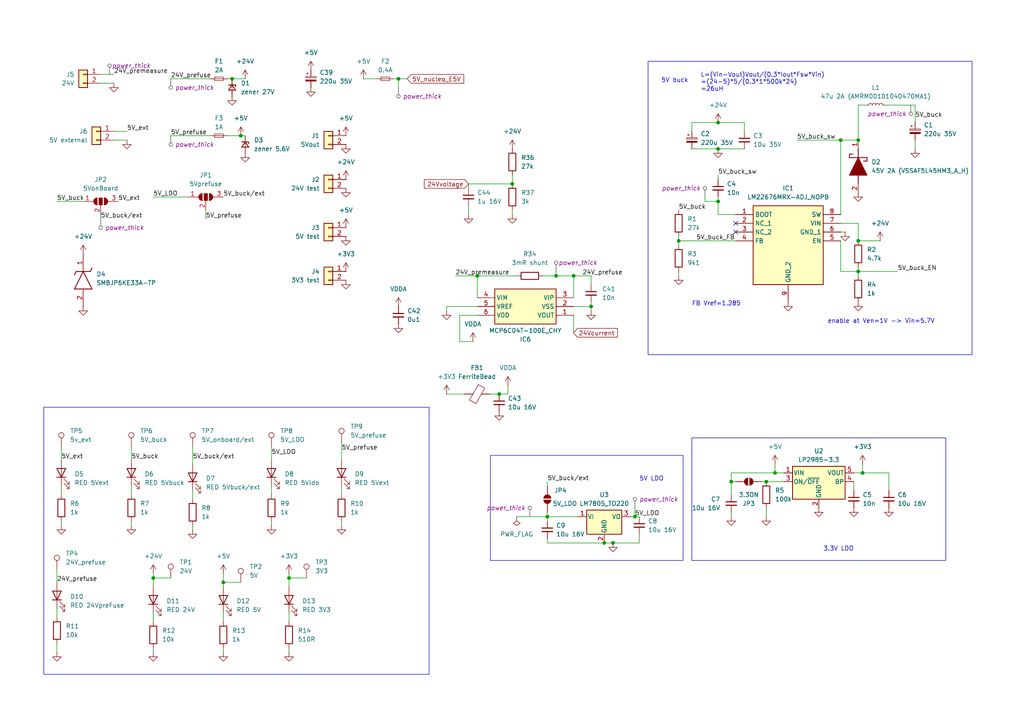
<source format=kicad_sch>
(kicad_sch (version 20231120) (generator "eeschema") (generator_version "8.0")
  (paper "A4")
  (title_block (title "rear box nucleo board 1") (date "2024-08-05") (rev "3.0") (company "NTURacing") (comment 1 "郭哲明") (comment 2 "Electrical group"))
  (junction (at 184.15 149.86))
  (junction (at 175.26 157.48))
  (junction (at 224.79 137.16))
  (junction (at 208.28 35.56))
  (junction (at 69.85 39.37))
  (junction (at 196.85 69.85))
  (junction (at 115.57 22.86))
  (junction (at 44.45 167.64))
  (junction (at 177.8 157.48))
  (junction (at 248.92 69.85))
  (junction (at 208.28 58.42))
  (junction (at 67.31 22.86))
  (junction (at 161.29 80.01))
  (junction (at 138.43 80.01))
  (junction (at 248.92 78.74))
  (junction (at 166.37 80.01))
  (junction (at 64.77 168.91))
  (junction (at 250.19 137.16))
  (junction (at 208.28 43.18))
  (junction (at 158.75 149.86))
  (junction (at 243.84 40.64))
  (junction (at 83.82 167.64))
  (junction (at 222.25 139.7))
  (junction (at 248.92 40.64))
  (junction (at 144.78 114.3))
  (junction (at 171.45 88.9))
  (junction (at 212.09 139.7))
  (junction (at 148.59 53.34))
  (no_connect (at 213.36 67.31))
  (no_connect (at 213.36 64.77))
  (wire (pts (xy 99.06 152.4) (xy 99.06 151.13)))
  (wire (pts (xy 265.43 30.48) (xy 265.43 35.56)))
  (wire (pts (xy 248.92 78.74) (xy 260.35 78.74)))
  (wire (pts (xy 166.37 80.01) (xy 166.37 86.36)))
  (wire (pts (xy 200.66 35.56) (xy 208.28 35.56)))
  (wire (pts (xy 175.26 157.48) (xy 177.8 157.48)))
  (wire (pts (xy 161.29 78.74) (xy 161.29 80.01)))
  (wire (pts (xy 158.75 139.7) (xy 158.75 140.97)))
  (wire (pts (xy 133.35 99.06) (xy 133.35 91.44)))
  (wire (pts (xy 256.54 30.48) (xy 265.43 30.48)))
  (wire (pts (xy 135.89 59.69) (xy 135.89 62.23)))
  (wire (pts (xy 147.32 111.76) (xy 147.32 114.3)))
  (wire (pts (xy 99.06 128.27) (xy 99.06 133.35)))
  (wire (pts (xy 133.35 91.44) (xy 138.43 91.44)))
  (wire (pts (xy 166.37 91.44) (xy 166.37 96.52)))
  (wire (pts (xy 158.75 157.48) (xy 175.26 157.48)))
  (wire (pts (xy 208.28 50.8) (xy 208.28 52.07)))
  (wire (pts (xy 171.45 90.17) (xy 171.45 88.9)))
  (wire (pts (xy 64.77 189.23) (xy 64.77 187.96)))
  (wire (pts (xy 105.41 22.86) (xy 109.22 22.86)))
  (wire (pts (xy 215.9 38.1) (xy 215.9 35.56)))
  (wire (pts (xy 55.88 153.67) (xy 55.88 152.4)))
  (wire (pts (xy 215.9 35.56) (xy 208.28 35.56)))
  (wire (pts (xy 49.53 22.86) (xy 60.96 22.86)))
  (wire (pts (xy 265.43 40.64) (xy 265.43 43.18)))
  (wire (pts (xy 208.28 43.18) (xy 215.9 43.18)))
  (wire (pts (xy 257.81 137.16) (xy 257.81 142.24)))
  (wire (pts (xy 16.51 189.23) (xy 16.51 186.69)))
  (wire (pts (xy 212.09 137.16) (xy 224.79 137.16)))
  (wire (pts (xy 208.28 62.23) (xy 213.36 62.23)))
  (wire (pts (xy 44.45 180.34) (xy 44.45 177.8)))
  (wire (pts (xy 243.84 69.85) (xy 243.84 78.74)))
  (wire (pts (xy 118.11 22.86) (xy 115.57 22.86)))
  (wire (pts (xy 196.85 80.01) (xy 196.85 78.74)))
  (wire (pts (xy 44.45 170.18) (xy 44.45 167.64)))
  (wire (pts (xy 17.78 143.51) (xy 17.78 140.97)))
  (wire (pts (xy 243.84 40.64) (xy 248.92 40.64)))
  (wire (pts (xy 248.92 64.77) (xy 248.92 69.85)))
  (wire (pts (xy 245.11 67.31) (xy 243.84 67.31)))
  (wire (pts (xy 133.35 99.06) (xy 137.16 99.06)))
  (wire (pts (xy 166.37 80.01) (xy 171.45 80.01)))
  (wire (pts (xy 166.37 88.9) (xy 171.45 88.9)))
  (wire (pts (xy 243.84 78.74) (xy 248.92 78.74)))
  (wire (pts (xy 208.28 57.15) (xy 208.28 58.42)))
  (wire (pts (xy 67.31 22.86) (xy 66.04 22.86)))
  (wire (pts (xy 17.78 129.54) (xy 17.78 133.35)))
  (wire (pts (xy 248.92 64.77) (xy 243.84 64.77)))
  (wire (pts (xy 196.85 71.12) (xy 196.85 69.85)))
  (wire (pts (xy 171.45 87.63) (xy 171.45 88.9)))
  (wire (pts (xy 38.1 143.51) (xy 38.1 140.97)))
  (wire (pts (xy 64.77 180.34) (xy 64.77 177.8)))
  (wire (pts (xy 148.59 60.96) (xy 148.59 62.23)))
  (wire (pts (xy 64.77 168.91) (xy 64.77 166.37)))
  (wire (pts (xy 248.92 30.48) (xy 248.92 40.64)))
  (wire (pts (xy 38.1 152.4) (xy 38.1 151.13)))
  (wire (pts (xy 158.75 149.86) (xy 167.64 149.86)))
  (wire (pts (xy 44.45 189.23) (xy 44.45 187.96)))
  (wire (pts (xy 158.75 148.59) (xy 158.75 149.86)))
  (wire (pts (xy 135.89 54.61) (xy 135.89 53.34)))
  (wire (pts (xy 71.12 22.86) (xy 67.31 22.86)))
  (wire (pts (xy 49.53 39.37) (xy 60.96 39.37)))
  (wire (pts (xy 16.51 58.42) (xy 24.13 58.42)))
  (wire (pts (xy 200.66 38.1) (xy 200.66 35.56)))
  (wire (pts (xy 243.84 40.64) (xy 243.84 62.23)))
  (wire (pts (xy 16.51 165.1) (xy 16.51 168.91)))
  (wire (pts (xy 138.43 88.9) (xy 129.54 88.9)))
  (wire (pts (xy 44.45 167.64) (xy 44.45 166.37)))
  (wire (pts (xy 49.53 167.64) (xy 44.45 167.64)))
  (wire (pts (xy 88.9 167.64) (xy 83.82 167.64)))
  (wire (pts (xy 33.02 38.1) (xy 36.83 38.1)))
  (wire (pts (xy 208.28 58.42) (xy 208.28 62.23)))
  (wire (pts (xy 78.74 143.51) (xy 78.74 140.97)))
  (wire (pts (xy 33.02 24.13) (xy 29.21 24.13)))
  (wire (pts (xy 212.09 148.59) (xy 212.09 149.86)))
  (wire (pts (xy 129.54 114.3) (xy 134.62 114.3)))
  (wire (pts (xy 182.88 149.86) (xy 184.15 149.86)))
  (wire (pts (xy 161.29 80.01) (xy 166.37 80.01)))
  (wire (pts (xy 250.19 134.62) (xy 250.19 137.16)))
  (wire (pts (xy 158.75 156.21) (xy 158.75 157.48)))
  (wire (pts (xy 29.21 63.5) (xy 29.21 62.23)))
  (wire (pts (xy 115.57 22.86) (xy 114.3 22.86)))
  (wire (pts (xy 212.09 137.16) (xy 212.09 139.7)))
  (wire (pts (xy 222.25 147.32) (xy 222.25 149.86)))
  (wire (pts (xy 250.19 137.16) (xy 257.81 137.16)))
  (wire (pts (xy 69.85 39.37) (xy 66.04 39.37)))
  (wire (pts (xy 248.92 78.74) (xy 248.92 77.47)))
  (wire (pts (xy 248.92 78.74) (xy 248.92 80.01)))
  (wire (pts (xy 129.54 88.9) (xy 129.54 90.17)))
  (wire (pts (xy 83.82 180.34) (xy 83.82 177.8)))
  (wire (pts (xy 157.48 80.01) (xy 161.29 80.01)))
  (wire (pts (xy 64.77 170.18) (xy 64.77 168.91)))
  (wire (pts (xy 177.8 157.48) (xy 185.42 157.48)))
  (wire (pts (xy 255.27 69.85) (xy 248.92 69.85)))
  (wire (pts (xy 224.79 134.62) (xy 224.79 137.16)))
  (wire (pts (xy 71.12 39.37) (xy 69.85 39.37)))
  (wire (pts (xy 83.82 170.18) (xy 83.82 167.64)))
  (wire (pts (xy 208.28 43.18) (xy 200.66 43.18)))
  (wire (pts (xy 38.1 129.54) (xy 38.1 133.35)))
  (wire (pts (xy 78.74 129.54) (xy 78.74 133.35)))
  (wire (pts (xy 212.09 139.7) (xy 212.09 143.51)))
  (wire (pts (xy 16.51 179.07) (xy 16.51 176.53)))
  (wire (pts (xy 224.79 137.16) (xy 227.33 137.16)))
  (wire (pts (xy 220.98 139.7) (xy 222.25 139.7)))
  (wire (pts (xy 204.47 57.15) (xy 204.47 58.42)))
  (wire (pts (xy 213.36 139.7) (xy 212.09 139.7)))
  (wire (pts (xy 196.85 69.85) (xy 213.36 69.85)))
  (wire (pts (xy 17.78 152.4) (xy 17.78 151.13)))
  (wire (pts (xy 36.83 40.64) (xy 33.02 40.64)))
  (wire (pts (xy 171.45 80.01) (xy 171.45 82.55)))
  (wire (pts (xy 142.24 114.3) (xy 144.78 114.3)))
  (wire (pts (xy 247.65 142.24) (xy 247.65 139.7)))
  (wire (pts (xy 148.59 50.8) (xy 148.59 53.34)))
  (wire (pts (xy 138.43 80.01) (xy 149.86 80.01)))
  (wire (pts (xy 78.74 152.4) (xy 78.74 151.13)))
  (wire (pts (xy 115.57 25.4) (xy 115.57 22.86)))
  (wire (pts (xy 59.69 63.5) (xy 59.69 60.96)))
  (wire (pts (xy 135.89 53.34) (xy 148.59 53.34)))
  (wire (pts (xy 149.86 149.86) (xy 158.75 149.86)))
  (wire (pts (xy 222.25 139.7) (xy 227.33 139.7)))
  (wire (pts (xy 138.43 80.01) (xy 138.43 86.36)))
  (wire (pts (xy 248.92 30.48) (xy 251.46 30.48)))
  (wire (pts (xy 83.82 167.64) (xy 83.82 166.37)))
  (wire (pts (xy 83.82 189.23) (xy 83.82 187.96)))
  (wire (pts (xy 99.06 143.51) (xy 99.06 140.97)))
  (wire (pts (xy 55.88 129.54) (xy 55.88 134.62)))
  (wire (pts (xy 231.14 40.64) (xy 243.84 40.64)))
  (wire (pts (xy 184.15 149.86) (xy 185.42 149.86)))
  (wire (pts (xy 185.42 154.94) (xy 185.42 157.48)))
  (wire (pts (xy 29.21 21.59) (xy 33.02 21.59)))
  (wire (pts (xy 196.85 68.58) (xy 196.85 69.85)))
  (wire (pts (xy 158.75 151.13) (xy 158.75 149.86)))
  (wire (pts (xy 247.65 137.16) (xy 250.19 137.16)))
  (wire (pts (xy 44.45 57.15) (xy 54.61 57.15)))
  (wire (pts (xy 55.88 144.78) (xy 55.88 142.24)))
  (wire (pts (xy 144.78 114.3) (xy 147.32 114.3)))
  (wire (pts (xy 69.85 168.91) (xy 64.77 168.91)))
  (wire (pts (xy 204.47 58.42) (xy 208.28 58.42)))
  (wire (pts (xy 132.08 80.01) (xy 138.43 80.01)))
  (wire (pts (xy 184.15 147.32) (xy 184.15 149.86)))
  (rectangle (start 12.7 118.11) (end 124.46 195.58))
  (rectangle (start 187.96 17.78) (end 281.94 102.87))
  (rectangle (start 200.66 127) (end 274.32 162.56))
  (rectangle (start 142.24 132.08) (end 198.12 162.56))
  (text "FB Vref=1.285" (at 200.66 88.9 0) (effects (font (size 1.27 1.27)) (justify left bottom)))
  (text "3.3V LDO" (at 238.76 160.02 0) (effects (font (size 1.27 1.27)) (justify left bottom)))
  (text "5V buck" (at 191.77 24.13 0) (effects (font (size 1.27 1.27)) (justify left bottom)))
  (text "L=(Vin-Vout)Vout/(0.3*Iout*Fsw*Vin)\n=(24-5)*5/(0.3*1*500k*24)\n=26uH" (at 203.2 26.67 0) (effects (font (size 1.27 1.27)) (justify left bottom)))
  (text "5V LDO" (at 185.42 139.7 0) (effects (font (size 1.27 1.27)) (justify left bottom)))
  (text "enable at Ven=1V -> Vin=5.7V\n" (at 240.03 93.98 0) (effects (font (size 1.27 1.27)) (justify left bottom)))
  (label "5V_buck{slash}ext" (at 29.21 63.5 0))
  (label "5V_buck{slash}ext" (at 64.77 57.15 0))
  (label "5V_prefuse" (at 99.06 130.81 0))
  (label "5V_buck_EN" (at 260.35 78.74 0))
  (label "5V_LDO" (at 78.74 132.08 0))
  (label "5V_buck" (at 265.43 34.29 0))
  (label "5V_buck" (at 16.51 58.42 0))
  (label "5V_ext" (at 17.78 133.35 0))
  (label "5V_ext" (at 34.29 58.42 0))
  (label "5V_ext" (at 36.83 38.1 0))
  (label "24V_premeasure" (at 33.02 21.59 0))
  (label "5V_buck{slash}ext" (at 158.75 139.7 0))
  (label "5V_buck_sw" (at 208.28 50.8 0))
  (label "5V_prefuse" (at 59.69 63.5 0))
  (label "24V_prefuse" (at 16.51 168.91 0))
  (label "5V_buck_sw" (at 231.14 40.64 0))
  (label "5V_buck" (at 38.1 133.35 0))
  (label "24V_prefuse" (at 168.91 80.01 0))
  (label "5V_LDO" (at 44.45 57.15 0))
  (label "5V_prefuse" (at 49.53 39.37 0))
  (label "5V_LDO" (at 184.15 149.86 0))
  (label "5V_buck" (at 196.85 60.96 0))
  (label "5V_buck_FB" (at 201.93 69.85 0))
  (label "5V_buck{slash}ext" (at 55.88 133.35 0))
  (label "24V_prefuse" (at 49.53 22.86 0))
  (label "24V_premeasure" (at 132.08 80.01 0))
  (global_label "24Vvoltage" (shape input) (at 135.89 53.34 180) (property "Intersheetrefs" "${INTERSHEET_REFS}" (effects (hide yes))))
  (global_label "24Vcurrent" (shape input) (at 166.37 96.52 0) (property "Intersheetrefs" "${INTERSHEET_REFS}" (effects (hide yes))))
  (global_label "5V_nucleo_E5V" (shape input) (at 118.11 22.86 0) (property "Intersheetrefs" "${INTERSHEET_REFS}" (effects (hide yes))))
  (netclass_flag "" (length 2.54) (shape round) (at 264.16 30.48 180) (property "Netclass" "power_thick" (at 262.89 33.02 0) (effects (font (italic yes)) (justify right))))
  (netclass_flag "" (length 2.54) (shape round) (at 161.29 78.74 0) (property "Netclass" "power_thick" (at 161.9885 76.2 0) (effects (font (italic yes)) (justify left))))
  (netclass_flag "" (length 2.54) (shape round) (at 31.75 21.59 0) (property "Netclass" "power_thick" (at 32.4485 19.05 0) (effects (font (italic yes)) (justify left))))
  (netclass_flag "" (length 2.54) (shape round) (at 29.21 63.5 180) (property "Netclass" "power_thick" (at 30.48 66.04 0) (effects (font (italic yes)) (justify left))))
  (netclass_flag "" (length 2.54) (shape round) (at 204.47 57.15 0) (property "Netclass" "power_thick" (at 203.2 54.61 0) (effects (font (italic yes)) (justify right))))
  (netclass_flag "" (length 2.54) (shape round) (at 184.15 147.32 0) (property "Netclass" "power_thick" (at 185.42 144.78 0) (effects (font (italic yes)) (justify left))))
  (netclass_flag "" (length 2.54) (shape round) (at 49.53 39.37 180) (property "Netclass" "power_thick" (at 50.8 41.91 0) (effects (font (italic yes)) (justify left))))
  (netclass_flag "" (length 2.54) (shape round) (at 115.57 25.4 180) (property "Netclass" "power_thick" (at 116.84 27.94 0) (effects (font (italic yes)) (justify left))))
  (netclass_flag "" (length 2.54) (shape round) (at 49.53 22.86 180) (property "Netclass" "power_thick" (at 50.8 25.4 0) (effects (font (italic yes)) (justify left))))
  (netclass_flag "" (length 2.54) (shape round) (at 153.67 149.86 0) (property "Netclass" "power_thick" (at 152.4 147.32 0) (effects (font (italic yes)) (justify right))))
  (symbol (lib_id "power:GND") (at 248.92 55.88 0) (unit 1)
    (property "Reference" "#PWR031" (effects (hide yes)))
    (property "Value" "GND" (effects (hide yes)))
    (property "Description" "Power symbol creates a global label with name \"GND\" , ground" (effects (hide yes)))
  )
  (symbol (lib_id "Device:LED") (at 64.77 173.99 90) (unit 1)
    (property "Reference" "D12" (at 68.58 174.3075 90) (effects (justify right)))
    (property "Value" "RED 5V" (at 68.58 176.8475 90) (effects (justify right)))
    (property "Footprint" "LED_SMD:LED_0603_1608Metric" (effects (hide yes)))
    (property "Description" "Light emitting diode" (effects (hide yes)))
    (instances (project "rearbox_nucleo_1" (path "" (reference "D12") (unit 1))) (project "BMS_MASTER_STM32F105RC" (path "" (reference "D1") (unit 1))))
  )
  (symbol (lib_id "Device:R") (at 153.67 80.01 90) (unit 1)
    (property "Reference" "R34" (at 153.67 73.66 90))
    (property "Value" "3mR shunt" (at 153.67 76.2 90))
    (property "Footprint" "Resistor_SMD:R_1206_3216Metric" (effects (hide yes)))
    (property "Description" "Resistor" (effects (hide yes)))
    (instances (project "rearbox_nucleo_1" (path "" (reference "R34") (unit 1))) (project "power board" (path "" (reference "R5") (unit 1)) (path "" (reference "R15") (unit 1))))
  )
  (symbol (lib_id "Device:Fuse_Small") (at 63.5 22.86 0) (unit 1)
    (property "Reference" "F1" (at 63.5 17.78 0))
    (property "Value" "2A" (at 63.5 20.32 0))
    (property "Footprint" "Fuse:Fuse_2512_6332Metric_Pad1.52x3.35mm_HandSolder" (effects (hide yes)))
    (property "Description" "Fuse, small symbol" (effects (hide yes)))
  )
  (symbol (lib_id "power:+5V") (at 100.33 66.04 0) (unit 1)
    (property "Reference" "#PWR0153" (effects (hide yes)))
    (property "Value" "+5V" (at 100.33 60.96 0))
    (property "Description" "Power symbol creates a global label with name \"+5V\"" (effects (hide yes)))
  )
  (symbol (lib_id "Device:C_Small") (at 185.42 152.4 0) (unit 1)
    (property "Reference" "C8" (at 187.96 151.1363 0) (effects (justify left)))
    (property "Value" "10u 16V" (at 187.96 153.6763 0) (effects (justify left)))
    (property "Footprint" "Capacitor_SMD:C_0805_2012Metric" (effects (hide yes)))
    (property "Description" "Unpolarized capacitor, small symbol" (effects (hide yes)))
  )
  (symbol (lib_id "Connector:TestPoint") (at 49.53 167.64 0) (unit 1)
    (property "Reference" "TP1" (at 52.07 163.068 0) (effects (justify left)))
    (property "Value" "24V" (at 52.07 165.608 0) (effects (justify left)))
    (property "Footprint" "TestPoint:TestPoint_Pad_D1.0mm" (effects (hide yes)))
    (property "Description" "test point" (effects (hide yes)))
  )
  (symbol (lib_id "power:GND") (at 247.65 147.32 0) (unit 1)
    (property "Reference" "#PWR042" (effects (hide yes)))
    (property "Value" "GND" (effects (hide yes)))
    (property "Description" "Power symbol creates a global label with name \"GND\" , ground" (effects (hide yes)))
    (instances (project "rearbox_nucleo_1" (path "" (reference "#PWR042") (unit 1))) (project "power board" (path "" (reference "#PWR031") (unit 1)) (path "" (reference "#PWR031") (unit 1))))
  )
  (symbol (lib_id "power:GND") (at 36.83 40.64 0) (unit 1)
    (property "Reference" "#PWR027" (effects (hide yes)))
    (property "Value" "GND" (effects (hide yes)))
    (property "Description" "Power symbol creates a global label with name \"GND\" , ground" (effects (hide yes)))
  )
  (symbol (lib_id "power:VDDA") (at 137.16 99.06 0) (unit 1)
    (property "Reference" "#PWR0163" (effects (hide yes)))
    (property "Value" "VDDA" (at 137.16 93.98 0))
    (property "Description" "Power symbol creates a global label with name \"VDDA\"" (effects (hide yes)))
    (instances (project "rearbox_nucleo_1" (path "" (reference "#PWR0163") (unit 1))) (project "power board" (path "" (reference "#PWR017") (unit 1)) (path "" (reference "#PWR088") (unit 1))))
  )
  (symbol (lib_id "power:GND") (at 265.43 43.18 0) (unit 1)
    (property "Reference" "#PWR029" (effects (hide yes)))
    (property "Value" "GND" (effects (hide yes)))
    (property "Description" "Power symbol creates a global label with name \"GND\" , ground" (effects (hide yes)))
  )
  (symbol (lib_id "Regulator_Linear:LM7805_TO220") (at 175.26 149.86 0) (unit 1)
    (property "Reference" "U3" (at 175.26 143.51 0))
    (property "Value" "LM7805_TO220" (at 175.26 146.05 0))
    (property "Footprint" "Package_TO_SOT_THT:TO-220-3_Vertical" (effects (hide yes)))
    (property "Datasheet" "https://www.onsemi.cn/PowerSolutions/document/MC7800-D.PDF" (effects (hide yes)))
    (property "Description" "Positive 1A 35V Linear Regulator, Fixed Output 5V, TO-220" (effects (hide yes)))
  )
  (symbol (lib_id "Device:LED") (at 44.45 173.99 90) (unit 1)
    (property "Reference" "D11" (at 48.26 174.3075 90) (effects (justify right)))
    (property "Value" "RED 24V" (at 48.26 176.8475 90) (effects (justify right)))
    (property "Footprint" "LED_SMD:LED_0603_1608Metric" (effects (hide yes)))
    (property "Description" "Light emitting diode" (effects (hide yes)))
    (instances (project "rearbox_nucleo_1" (path "" (reference "D11") (unit 1))) (project "BMS_MASTER_STM32F105RC" (path "" (reference "D1") (unit 1))))
  )
  (symbol (lib_id "Device:C_Small") (at 135.89 57.15 0) (unit 1)
    (property "Reference" "C44" (at 138.43 55.88 0) (effects (justify left)))
    (property "Value" "1u 16V" (at 138.43 58.42 0) (effects (justify left)))
    (property "Footprint" "Capacitor_SMD:C_0603_1608Metric" (effects (hide yes)))
    (property "Description" "Unpolarized capacitor, small symbol" (effects (hide yes)))
    (instances (project "rearbox_nucleo_1" (path "" (reference "C44") (unit 1))) (project "power board" (path "" (reference "C5") (unit 1))))
  )
  (symbol (lib_id "Device:Fuse_Small") (at 63.5 39.37 0) (unit 1)
    (property "Reference" "F3" (at 63.5 34.29 0))
    (property "Value" "1A" (at 63.5 36.83 0))
    (property "Footprint" "Fuse:Fuse_2512_6332Metric_Pad1.52x3.35mm_HandSolder" (effects (hide yes)))
    (property "Description" "Fuse, small symbol" (effects (hide yes)))
  )
  (symbol (lib_id "power:GND") (at 78.74 152.4 0) (unit 1)
    (property "Reference" "#PWR049" (effects (hide yes)))
    (property "Value" "GND" (effects (hide yes)))
    (property "Description" "Power symbol creates a global label with name \"GND\" , ground" (effects (hide yes)))
    (instances (project "rearbox_nucleo_1" (path "" (reference "#PWR049") (unit 1))) (project "BMS_MASTER_STM32F105RC" (path "" (reference "#PWR080") (unit 1))))
  )
  (symbol (lib_id "power:+24V") (at 71.12 22.86 0) (unit 1)
    (property "Reference" "#PWR021" (effects (hide yes)))
    (property "Value" "+24V" (at 71.12 17.78 0))
    (property "Description" "Power symbol creates a global label with name \"+24V\"" (effects (hide yes)))
  )
  (symbol (lib_id "Connector_Generic:Conn_01x02") (at 95.25 52.07 0) (mirror y) (unit 1)
    (property "Reference" "J2" (at 92.71 52.07 0) (effects (justify left)))
    (property "Value" "24V test" (at 92.71 54.61 0) (effects (justify left)))
    (property "Footprint" "Connector_PinHeader_2.54mm:PinHeader_1x02_P2.54mm_Vertical" (effects (hide yes)))
    (property "Description" "Generic connector, single row, 01x02, script generated (kicad-library-utils/schlib/autogen/connector/)" (effects (hide yes)))
  )
  (symbol (lib_id "Connector:TestPoint") (at 16.51 165.1 0) (unit 1)
    (property "Reference" "TP4" (at 19.05 160.528 0) (effects (justify left)))
    (property "Value" "24V_prefuse" (at 19.05 163.068 0) (effects (justify left)))
    (property "Footprint" "TestPoint:TestPoint_Pad_D1.0mm" (effects (hide yes)))
    (property "Description" "test point" (effects (hide yes)))
  )
  (symbol (lib_id "power:GND") (at 55.88 153.67 0) (unit 1)
    (property "Reference" "#PWR048" (effects (hide yes)))
    (property "Value" "GND" (effects (hide yes)))
    (property "Description" "Power symbol creates a global label with name \"GND\" , ground" (effects (hide yes)))
    (instances (project "rearbox_nucleo_1" (path "" (reference "#PWR048") (unit 1))) (project "BMS_MASTER_STM32F105RC" (path "" (reference "#PWR080") (unit 1))))
  )
  (symbol (lib_id "SamacSys_Parts:LM22676MRX-ADJ_NOPB") (at 213.36 62.23 0) (unit 1)
    (property "Reference" "IC1" (at 228.6 54.61 0))
    (property "Value" "LM22676MRX-ADJ_NOPB" (at 228.6 57.15 0))
    (property "Footprint" "SamacSys_Parts:SOIC127P600X170-9N" (effects (hide yes)))
    (property "Datasheet" "http://www.ti.com/lit/gpn/lm22676" (effects (hide yes)))
    (property "Description" "SIMPLE SWITCHER 4.5V to 42V, 3A Step-Down Regulator with Precision Enable" (effects (hide yes)))
    (property "Height" "1.7" (effects (hide yes)))
    (property "Mouser Part Number" "926-LM22676MRXADJNPB" (effects (hide yes)))
    (property "Mouser Price/Stock" "https://www.mouser.co.uk/ProductDetail/Texas-Instruments/LM22676MRX-ADJ-NOPB?qs=X1J7HmVL2ZEiVxL5gtCClA%3D%3D" (effects (hide yes)))
    (property "Manufacturer_Name" "Texas Instruments" (effects (hide yes)))
    (property "Manufacturer_Part_Number" "LM22676MRX-ADJ/NOPB" (effects (hide yes)))
  )
  (symbol (lib_id "Connector:TestPoint") (at 69.85 168.91 0) (unit 1)
    (property "Reference" "TP2" (at 72.39 164.338 0) (effects (justify left)))
    (property "Value" "5V" (at 72.39 166.878 0) (effects (justify left)))
    (property "Footprint" "TestPoint:TestPoint_Pad_D1.0mm" (effects (hide yes)))
    (property "Description" "test point" (effects (hide yes)))
  )
  (symbol (lib_id "power:GND") (at 212.09 149.86 0) (unit 1)
    (property "Reference" "#PWR044" (effects (hide yes)))
    (property "Value" "GND" (effects (hide yes)))
    (property "Description" "Power symbol creates a global label with name \"GND\" , ground" (effects (hide yes)))
    (instances (project "rearbox_nucleo_1" (path "" (reference "#PWR044") (unit 1))) (project "power board" (path "" (reference "#PWR036") (unit 1)) (path "" (reference "#PWR036") (unit 1))))
  )
  (symbol (lib_id "power:GND") (at 71.12 44.45 0) (unit 1)
    (property "Reference" "#PWR030" (effects (hide yes)))
    (property "Value" "GND" (effects (hide yes)))
    (property "Description" "Power symbol creates a global label with name \"GND\" , ground" (effects (hide yes)))
  )
  (symbol (lib_id "power:GND") (at 148.59 62.23 0) (unit 1)
    (property "Reference" "#PWR0167" (effects (hide yes)))
    (property "Value" "GND" (effects (hide yes)))
    (property "Description" "Power symbol creates a global label with name \"GND\" , ground" (effects (hide yes)))
    (instances (project "rearbox_nucleo_1" (path "" (reference "#PWR0167") (unit 1))) (project "power board" (path "" (reference "#PWR025") (unit 1))))
  )
  (symbol (lib_id "Device:R") (at 16.51 182.88 0) (unit 1)
    (property "Reference" "R11" (at 19.05 181.61 0) (effects (justify left)))
    (property "Value" "10k" (at 19.05 184.15 0) (effects (justify left)))
    (property "Footprint" "Resistor_SMD:R_0603_1608Metric" (effects (hide yes)))
    (property "Description" "Resistor" (effects (hide yes)))
    (instances (project "rearbox_nucleo_1" (path "" (reference "R11") (unit 1))) (project "BMS_MASTER_STM32F105RC" (path "" (reference "R17") (unit 1))))
  )
  (symbol (lib_id "power:+24V") (at 148.59 43.18 0) (unit 1)
    (property "Reference" "#PWR0168" (effects (hide yes)))
    (property "Value" "+24V" (at 148.59 38.1 0))
    (property "Description" "Power symbol creates a global label with name \"+24V\"" (effects (hide yes)))
  )
  (symbol (lib_id "Connector_Generic:Conn_01x02") (at 24.13 21.59 0) (mirror y) (unit 1)
    (property "Reference" "J5" (at 21.59 21.59 0) (effects (justify left)))
    (property "Value" "24V" (at 21.59 24.13 0) (effects (justify left)))
    (property "Footprint" "Connector_JST:JST_XH_B2B-XH-A_1x02_P2.50mm_Vertical" (effects (hide yes)))
    (property "Description" "Generic connector, single row, 01x02, script generated (kicad-library-utils/schlib/autogen/connector/)" (effects (hide yes)))
  )
  (symbol (lib_id "power:+3V3") (at 250.19 134.62 0) (unit 1)
    (property "Reference" "#PWR040" (effects (hide yes)))
    (property "Value" "+3V3" (at 250.19 129.54 0))
    (property "Description" "Power symbol creates a global label with name \"+3V3\"" (effects (hide yes)))
  )
  (symbol (lib_id "Device:R") (at 17.78 147.32 0) (unit 1)
    (property "Reference" "R6" (at 20.32 146.05 0) (effects (justify left)))
    (property "Value" "1k" (at 20.32 148.59 0) (effects (justify left)))
    (property "Footprint" "Resistor_SMD:R_0603_1608Metric" (effects (hide yes)))
    (property "Description" "Resistor" (effects (hide yes)))
    (instances (project "rearbox_nucleo_1" (path "" (reference "R6") (unit 1))) (project "BMS_MASTER_STM32F105RC" (path "" (reference "R17") (unit 1))))
  )
  (symbol (lib_id "power:GND") (at 90.17 25.4 0) (unit 1)
    (property "Reference" "#PWR09" (effects (hide yes)))
    (property "Value" "GND" (effects (hide yes)))
    (property "Description" "Power symbol creates a global label with name \"GND\" , ground" (effects (hide yes)))
  )
  (symbol (lib_id "Connector:TestPoint") (at 38.1 129.54 0) (unit 1)
    (property "Reference" "TP6" (at 40.64 124.968 0) (effects (justify left)))
    (property "Value" "5V_buck" (at 40.64 127.508 0) (effects (justify left)))
    (property "Footprint" "TestPoint:TestPoint_Pad_D1.0mm" (effects (hide yes)))
    (property "Description" "test point" (effects (hide yes)))
  )
  (symbol (lib_id "Connector_Generic:Conn_01x02") (at 95.25 66.04 0) (mirror y) (unit 1)
    (property "Reference" "J3" (at 92.71 66.04 0) (effects (justify left)))
    (property "Value" "5V test" (at 92.71 68.58 0) (effects (justify left)))
    (property "Footprint" "Connector_PinHeader_2.54mm:PinHeader_1x02_P2.54mm_Vertical" (effects (hide yes)))
    (property "Description" "Generic connector, single row, 01x02, script generated (kicad-library-utils/schlib/autogen/connector/)" (effects (hide yes)))
  )
  (symbol (lib_id "SamacSys_Parts:MCP6C04T-100E_CHY") (at 166.37 91.44 180) (unit 1)
    (property "Reference" "IC6" (at 152.4 98.425 0))
    (property "Value" "MCP6C04T-100E_CHY" (at 152.4 95.885 0))
    (property "Footprint" "SamacSys_Parts:SOT95P280X145-6N" (effects (hide yes)))
    (property "Description" "MICROCHIP - MCP6C04T-100E/CHY - Current Sense Amplifier, Zero-Drift, 1 Amplifier, 175 A, SOT-23, 6 Pins, -40 C, 125 C" (effects (hide yes)))
    (property "Height" "1.45" (effects (hide yes)))
    (property "Mouser Part Number" "579-MCP6C04T100ECHY" (effects (hide yes)))
    (property "Mouser Price/Stock" "https://www.mouser.co.uk/ProductDetail/Microchip-Technology/MCP6C04T-100E-CHY?qs=3HJ2avRr9PJRQkbNv3EK6Q%3D%3D" (effects (hide yes)))
    (property "Manufacturer_Name" "Microchip" (effects (hide yes)))
    (property "Manufacturer_Part_Number" "MCP6C04T-100E/CHY" (effects (hide yes)))
    (instances (project "rearbox_nucleo_1" (path "" (reference "IC6") (unit 1))) (project "power board" (path "" (reference "IC3") (unit 1)) (path "" (reference "IC5") (unit 1))))
  )
  (symbol (lib_id "power:GND") (at 33.02 24.13 0) (unit 1)
    (property "Reference" "#PWR022" (effects (hide yes)))
    (property "Value" "GND" (effects (hide yes)))
    (property "Description" "Power symbol creates a global label with name \"GND\" , ground" (effects (hide yes)))
  )
  (symbol (lib_id "power:GND") (at 99.06 152.4 0) (unit 1)
    (property "Reference" "#PWR050" (effects (hide yes)))
    (property "Value" "GND" (effects (hide yes)))
    (property "Description" "Power symbol creates a global label with name \"GND\" , ground" (effects (hide yes)))
    (instances (project "rearbox_nucleo_1" (path "" (reference "#PWR050") (unit 1))) (project "BMS_MASTER_STM32F105RC" (path "" (reference "#PWR080") (unit 1))))
  )
  (symbol (lib_id "power:GND") (at 171.45 90.17 0) (unit 1)
    (property "Reference" "#PWR0161" (effects (hide yes)))
    (property "Value" "GND" (effects (hide yes)))
    (property "Description" "Power symbol creates a global label with name \"GND\" , ground" (effects (hide yes)))
    (instances (project "rearbox_nucleo_1" (path "" (reference "#PWR0161") (unit 1))) (project "power board" (path "" (reference "#PWR022") (unit 1)) (path "" (reference "#PWR086") (unit 1))))
  )
  (symbol (lib_id "power:+24V") (at 100.33 52.07 0) (unit 1)
    (property "Reference" "#PWR0119" (effects (hide yes)))
    (property "Value" "+24V" (at 100.33 46.99 0))
    (property "Description" "Power symbol creates a global label with name \"+24V\"" (effects (hide yes)))
  )
  (symbol (lib_id "Device:LED") (at 38.1 137.16 90) (unit 1)
    (property "Reference" "D6" (at 41.91 137.4775 90) (effects (justify right)))
    (property "Value" "RED 5Vbuck" (at 41.91 140.0175 90) (effects (justify right)))
    (property "Footprint" "LED_SMD:LED_0603_1608Metric" (effects (hide yes)))
    (property "Description" "Light emitting diode" (effects (hide yes)))
    (instances (project "rearbox_nucleo_1" (path "" (reference "D6") (unit 1))) (project "BMS_MASTER_STM32F105RC" (path "" (reference "D1") (unit 1))))
  )
  (symbol (lib_id "power:GND") (at 115.57 93.98 0) (unit 1)
    (property "Reference" "#PWR0162" (effects (hide yes)))
    (property "Value" "GND" (effects (hide yes)))
    (property "Description" "Power symbol creates a global label with name \"GND\" , ground" (effects (hide yes)))
    (instances (project "rearbox_nucleo_1" (path "" (reference "#PWR0162") (unit 1))) (project "power board" (path "" (reference "#PWR018") (unit 1)) (path "" (reference "#PWR087") (unit 1))))
  )
  (symbol (lib_id "power:GND") (at 83.82 189.23 0) (unit 1)
    (property "Reference" "#PWR058" (effects (hide yes)))
    (property "Value" "GND" (effects (hide yes)))
    (property "Description" "Power symbol creates a global label with name \"GND\" , ground" (effects (hide yes)))
    (instances (project "rearbox_nucleo_1" (path "" (reference "#PWR058") (unit 1))) (project "BMS_MASTER_STM32F105RC" (path "" (reference "#PWR080") (unit 1))))
  )
  (symbol (lib_id "Device:LED") (at 83.82 173.99 90) (unit 1)
    (property "Reference" "D13" (at 87.63 174.3075 90) (effects (justify right)))
    (property "Value" "RED 3V3" (at 87.63 176.8475 90) (effects (justify right)))
    (property "Footprint" "LED_SMD:LED_0603_1608Metric" (effects (hide yes)))
    (property "Description" "Light emitting diode" (effects (hide yes)))
    (instances (project "rearbox_nucleo_1" (path "" (reference "D13") (unit 1))) (project "BMS_MASTER_STM32F105RC" (path "" (reference "D1") (unit 1))))
  )
  (symbol (lib_id "power:+5V") (at 100.33 39.37 0) (unit 1)
    (property "Reference" "#PWR019" (effects (hide yes)))
    (property "Value" "+5V" (at 100.33 34.29 0))
    (property "Description" "Power symbol creates a global label with name \"+5V\"" (effects (hide yes)))
  )
  (symbol (lib_id "power:GND") (at 144.78 119.38 0) (unit 1)
    (property "Reference" "#PWR0165" (effects (hide yes)))
    (property "Value" "GND" (effects (hide yes)))
    (property "Description" "Power symbol creates a global label with name \"GND\" , ground" (effects (hide yes)))
    (instances (project "rearbox_nucleo_1" (path "" (reference "#PWR0165") (unit 1))) (project "power board" (path "" (reference "#PWR033") (unit 1)) (path "" (reference "#PWR033") (unit 1))))
  )
  (symbol (lib_id "power:GND") (at 222.25 149.86 0) (unit 1)
    (property "Reference" "#PWR045" (effects (hide yes)))
    (property "Value" "GND" (effects (hide yes)))
    (property "Description" "Power symbol creates a global label with name \"GND\" , ground" (effects (hide yes)))
    (instances (project "rearbox_nucleo_1" (path "" (reference "#PWR045") (unit 1))) (project "power board" (path "" (reference "#PWR036") (unit 1)) (path "" (reference "#PWR036") (unit 1))))
  )
  (symbol (lib_id "power:GND") (at 129.54 90.17 0) (unit 1)
    (property "Reference" "#PWR0160" (effects (hide yes)))
    (property "Value" "GND" (effects (hide yes)))
    (property "Description" "Power symbol creates a global label with name \"GND\" , ground" (effects (hide yes)))
    (instances (project "rearbox_nucleo_1" (path "" (reference "#PWR0160") (unit 1))) (project "power board" (path "" (reference "#PWR019") (unit 1)) (path "" (reference "#PWR085") (unit 1))))
  )
  (symbol (lib_id "Device:R") (at 248.92 83.82 0) (unit 1)
    (property "Reference" "R4" (at 251.46 82.55 0) (effects (justify left)))
    (property "Value" "1k" (at 251.46 85.09 0) (effects (justify left)))
    (property "Footprint" "Resistor_SMD:R_0603_1608Metric" (effects (hide yes)))
    (property "Description" "Resistor" (effects (hide yes)))
    (instances (project "rearbox_nucleo_1" (path "" (reference "R4") (unit 1))) (project "BMS_MASTER_STM32F105RC" (path "" (reference "R17") (unit 1))))
  )
  (symbol (lib_id "Device:D_Zener_Small") (at 71.12 41.91 270) (unit 1)
    (property "Reference" "D3" (at 73.66 40.64 90) (effects (justify left)))
    (property "Value" "zener 5.6V" (at 73.66 43.18 90) (effects (justify left)))
    (property "Footprint" "Diode_SMD:D_MiniMELF" (effects (hide yes)))
    (property "Description" "Zener diode, small symbol" (effects (hide yes)))
  )
  (symbol (lib_id "power:+5V") (at 69.85 39.37 0) (unit 1)
    (property "Reference" "#PWR026" (effects (hide yes)))
    (property "Value" "+5V" (at 69.85 34.29 0))
    (property "Description" "Power symbol creates a global label with name \"+5V\"" (effects (hide yes)))
  )
  (symbol (lib_id "power:GND") (at 257.81 147.32 0) (unit 1)
    (property "Reference" "#PWR043" (effects (hide yes)))
    (property "Value" "GND" (effects (hide yes)))
    (property "Description" "Power symbol creates a global label with name \"GND\" , ground" (effects (hide yes)))
    (instances (project "rearbox_nucleo_1" (path "" (reference "#PWR043") (unit 1))) (project "power board" (path "" (reference "#PWR032") (unit 1)) (path "" (reference "#PWR032") (unit 1))))
  )
  (symbol (lib_id "Device:R") (at 196.85 74.93 0) (unit 1)
    (property "Reference" "R3" (at 199.39 73.66 0) (effects (justify left)))
    (property "Value" "9k1" (at 199.39 76.2 0) (effects (justify left)))
    (property "Footprint" "Resistor_SMD:R_0603_1608Metric" (effects (hide yes)))
    (property "Description" "Resistor" (effects (hide yes)))
    (instances (project "rearbox_nucleo_1" (path "" (reference "R3") (unit 1))) (project "BMS_MASTER_STM32F105RC" (path "" (reference "R17") (unit 1))))
  )
  (symbol (lib_id "power:VDDA") (at 115.57 88.9 0) (unit 1)
    (property "Reference" "#PWR0118" (effects (hide yes)))
    (property "Value" "VDDA" (at 115.57 83.82 0))
    (property "Description" "Power symbol creates a global label with name \"VDDA\"" (effects (hide yes)))
    (instances (project "rearbox_nucleo_1" (path "" (reference "#PWR0118") (unit 1))) (project "power board" (path "" (reference "#PWR08") (unit 1)) (path "" (reference "#PWR083") (unit 1))))
  )
  (symbol (lib_id "Jumper:SolderJumper_3_Open") (at 29.21 58.42 0) (unit 1)
    (property "Reference" "JP2" (at 29.21 52.07 0))
    (property "Value" "5VonBoard" (at 29.21 54.61 0))
    (property "Footprint" "Jumper:SolderJumper-3_P1.3mm_Open_Pad1.0x1.5mm_NumberLabels" (effects (hide yes)))
    (property "Description" "Solder Jumper, 3-pole, open" (effects (hide yes)))
  )
  (symbol (lib_id "Device:R") (at 44.45 184.15 0) (unit 1)
    (property "Reference" "R12" (at 46.99 182.88 0) (effects (justify left)))
    (property "Value" "10k" (at 46.99 185.42 0) (effects (justify left)))
    (property "Footprint" "Resistor_SMD:R_0603_1608Metric" (effects (hide yes)))
    (property "Description" "Resistor" (effects (hide yes)))
    (instances (project "rearbox_nucleo_1" (path "" (reference "R12") (unit 1))) (project "BMS_MASTER_STM32F105RC" (path "" (reference "R17") (unit 1))))
  )
  (symbol (lib_id "Connector_Generic:Conn_01x02") (at 27.94 38.1 0) (mirror y) (unit 1)
    (property "Reference" "J6" (at 25.4 38.1 0) (effects (justify left)))
    (property "Value" "5V external" (at 25.4 40.64 0) (effects (justify left)))
    (property "Footprint" "Connector_JST:JST_XH_B2B-XH-A_1x02_P2.50mm_Vertical" (effects (hide yes)))
    (property "Description" "Generic connector, single row, 01x02, script generated (kicad-library-utils/schlib/autogen/connector/)" (effects (hide yes)))
  )
  (symbol (lib_id "Connector:TestPoint") (at 99.06 128.27 0) (unit 1)
    (property "Reference" "TP9" (at 101.6 123.698 0) (effects (justify left)))
    (property "Value" "5V_prefuse" (at 101.6 126.238 0) (effects (justify left)))
    (property "Footprint" "TestPoint:TestPoint_Pad_D1.0mm" (effects (hide yes)))
    (property "Description" "test point" (effects (hide yes)))
  )
  (symbol (lib_id "Jumper:SolderJumper_2_Open") (at 217.17 139.7 0) (mirror y) (unit 1)
    (property "Reference" "JP3" (at 217.17 146.05 0))
    (property "Value" "3.3ON" (at 217.17 143.51 0))
    (property "Footprint" "Jumper:SolderJumper-2_P1.3mm_Open_Pad1.0x1.5mm" (effects (hide yes)))
    (property "Description" "Solder Jumper, 2-pole, open" (effects (hide yes)))
  )
  (symbol (lib_id "power:+3V3") (at 83.82 166.37 0) (unit 1)
    (property "Reference" "#PWR054" (effects (hide yes)))
    (property "Value" "+3V3" (at 83.82 161.29 0))
    (property "Description" "Power symbol creates a global label with name \"+3V3\"" (effects (hide yes)))
  )
  (symbol (lib_id "Device:FerriteBead") (at 138.43 114.3 90) (unit 1)
    (property "Reference" "FB1" (at 138.3792 106.68 90))
    (property "Value" "FerriteBead" (at 138.3792 109.22 90))
    (property "Footprint" "Inductor_SMD:L_0805_2012Metric" (effects (hide yes)))
    (property "Description" "Ferrite bead" (effects (hide yes)))
  )
  (symbol (lib_id "power:+24V") (at 44.45 166.37 0) (unit 1)
    (property "Reference" "#PWR052" (effects (hide yes)))
    (property "Value" "+24V" (at 44.45 161.29 0))
    (property "Description" "Power symbol creates a global label with name \"+24V\"" (effects (hide yes)))
  )
  (symbol (lib_id "power:+3V3") (at 100.33 78.74 0) (unit 1)
    (property "Reference" "#PWR0155" (effects (hide yes)))
    (property "Value" "+3V3" (at 100.33 73.66 0))
    (property "Description" "Power symbol creates a global label with name \"+3V3\"" (effects (hide yes)))
  )
  (symbol (lib_id "power:GND") (at 100.33 81.28 0) (unit 1)
    (property "Reference" "#PWR0156" (effects (hide yes)))
    (property "Value" "GND" (effects (hide yes)))
    (property "Description" "Power symbol creates a global label with name \"GND\" , ground" (effects (hide yes)))
  )
  (symbol (lib_id "Device:R") (at 248.92 73.66 0) (unit 1)
    (property "Reference" "R2" (at 251.46 72.39 0) (effects (justify left)))
    (property "Value" "4.7k" (at 251.46 74.93 0) (effects (justify left)))
    (property "Footprint" "Resistor_SMD:R_0603_1608Metric" (effects (hide yes)))
    (property "Description" "Resistor" (effects (hide yes)))
    (instances (project "rearbox_nucleo_1" (path "" (reference "R2") (unit 1))) (project "BMS_MASTER_STM32F105RC" (path "" (reference "R17") (unit 1))))
  )
  (symbol (lib_id "Device:D_Zener_Small") (at 67.31 25.4 270) (unit 1)
    (property "Reference" "D1" (at 69.85 24.13 90) (effects (justify left)))
    (property "Value" "zener 27V" (at 69.85 26.67 90) (effects (justify left)))
    (property "Footprint" "Diode_SMD:D_MiniMELF" (effects (hide yes)))
    (property "Description" "Zener diode, small symbol" (effects (hide yes)))
  )
  (symbol (lib_id "Device:LED") (at 17.78 137.16 90) (unit 1)
    (property "Reference" "D5" (at 21.59 137.4775 90) (effects (justify right)))
    (property "Value" "RED 5Vext" (at 21.59 140.0175 90) (effects (justify right)))
    (property "Footprint" "LED_SMD:LED_0603_1608Metric" (effects (hide yes)))
    (property "Description" "Light emitting diode" (effects (hide yes)))
    (instances (project "rearbox_nucleo_1" (path "" (reference "D5") (unit 1))) (project "BMS_MASTER_STM32F105RC" (path "" (reference "D1") (unit 1))))
  )
  (symbol (lib_id "power:+5V") (at 64.77 166.37 0) (unit 1)
    (property "Reference" "#PWR053" (effects (hide yes)))
    (property "Value" "+5V" (at 64.77 161.29 0))
    (property "Description" "Power symbol creates a global label with name \"+5V\"" (effects (hide yes)))
    (instances (project "rearbox_nucleo_1" (path "" (reference "#PWR053") (unit 1))) (project "BMS_MASTER_STM32F105RC" (path "" (reference "#PWR026") (unit 1))))
  )
  (symbol (lib_id "power:GND") (at 237.49 147.32 0) (unit 1)
    (property "Reference" "#PWR041" (effects (hide yes)))
    (property "Value" "GND" (effects (hide yes)))
    (property "Description" "Power symbol creates a global label with name \"GND\" , ground" (effects (hide yes)))
    (instances (project "rearbox_nucleo_1" (path "" (reference "#PWR041") (unit 1))) (project "power board" (path "" (reference "#PWR030") (unit 1)) (path "" (reference "#PWR030") (unit 1))))
  )
  (symbol (lib_id "Connector:TestPoint") (at 17.78 129.54 0) (unit 1)
    (property "Reference" "TP5" (at 20.32 124.968 0) (effects (justify left)))
    (property "Value" "5v_ext" (at 20.32 127.508 0) (effects (justify left)))
    (property "Footprint" "TestPoint:TestPoint_Pad_D1.0mm" (effects (hide yes)))
    (property "Description" "test point" (effects (hide yes)))
  )
  (symbol (lib_id "power:GND") (at 24.13 88.9 0) (unit 1)
    (property "Reference" "#PWR038" (effects (hide yes)))
    (property "Value" "GND" (effects (hide yes)))
    (property "Description" "Power symbol creates a global label with name \"GND\" , ground" (effects (hide yes)))
  )
  (symbol (lib_id "power:GND") (at 44.45 189.23 0) (unit 1)
    (property "Reference" "#PWR056" (effects (hide yes)))
    (property "Value" "GND" (effects (hide yes)))
    (property "Description" "Power symbol creates a global label with name \"GND\" , ground" (effects (hide yes)))
    (instances (project "rearbox_nucleo_1" (path "" (reference "#PWR056") (unit 1))) (project "BMS_MASTER_STM32F105RC" (path "" (reference "#PWR080") (unit 1))))
  )
  (symbol (lib_id "power:+5V") (at 224.79 134.62 0) (unit 1)
    (property "Reference" "#PWR039" (effects (hide yes)))
    (property "Value" "+5V" (at 224.79 129.54 0))
    (property "Description" "Power symbol creates a global label with name \"+5V\"" (effects (hide yes)))
    (instances (project "rearbox_nucleo_1" (path "" (reference "#PWR039") (unit 1))) (project "BMS_MASTER_STM32F105RC" (path "" (reference "#PWR026") (unit 1))) (project "power board" (path "" (reference "#PWR027") (unit 1)) (path "" (reference "#PWR027") (unit 1))))
  )
  (symbol (lib_id "SamacSys_Parts:SMBJP6KE33A-TP") (at 24.13 73.66 270) (unit 1)
    (property "Reference" "D4" (at 27.94 79.502 90) (effects (justify left)))
    (property "Value" "SMBJP6KE33A-TP" (at 27.94 82.042 90) (effects (justify left)))
    (property "Footprint" "SamacSys_Parts:DIOM5336X262N" (effects (hide yes)))
    (property "Datasheet" "https://www.mccsemi.com/pdf/Products/SMBJP6KE6.8(C)A-SMBJP6KE550(C)A(SMB).pdf" (effects (hide yes)))
    (property "Description" "TVS" (effects (hide yes)))
    (property "Height" "2.62" (effects (hide yes)))
    (property "Mouser Part Number" "833-SMBJP6KE33A-TP" (effects (hide yes)))
    (property "Mouser Price/Stock" "https://www.mouser.co.uk/ProductDetail/Micro-Commercial-Components-MCC/SMBJP6KE33A-TP?qs=O1HRStiETCh%252B2PrMUaJqTg%3D%3D" (effects (hide yes)))
    (property "Manufacturer_Name" "MCC" (effects (hide yes)))
    (property "Manufacturer_Part_Number" "SMBJP6KE33A-TP" (effects (hide yes)))
  )
  (symbol (lib_id "power:GND") (at 100.33 68.58 0) (unit 1)
    (property "Reference" "#PWR0154" (effects (hide yes)))
    (property "Value" "GND" (effects (hide yes)))
    (property "Description" "Power symbol creates a global label with name \"GND\" , ground" (effects (hide yes)))
  )
  (symbol (lib_id "Device:LED") (at 55.88 138.43 90) (unit 1)
    (property "Reference" "D7" (at 59.69 138.7475 90) (effects (justify right)))
    (property "Value" "RED 5Vbuck/ext" (at 59.69 141.2875 90) (effects (justify right)))
    (property "Footprint" "LED_SMD:LED_0603_1608Metric" (effects (hide yes)))
    (property "Description" "Light emitting diode" (effects (hide yes)))
    (instances (project "rearbox_nucleo_1" (path "" (reference "D7") (unit 1))) (project "BMS_MASTER_STM32F105RC" (path "" (reference "D1") (unit 1))))
  )
  (symbol (lib_id "power:+24V") (at 208.28 35.56 0) (unit 1)
    (property "Reference" "#PWR025" (effects (hide yes)))
    (property "Value" "+24V" (at 208.28 30.48 0))
    (property "Description" "Power symbol creates a global label with name \"+24V\"" (effects (hide yes)))
  )
  (symbol (lib_id "Device:R") (at 83.82 184.15 0) (unit 1)
    (property "Reference" "R14" (at 86.36 182.88 0) (effects (justify left)))
    (property "Value" "510R" (at 86.36 185.42 0) (effects (justify left)))
    (property "Footprint" "Resistor_SMD:R_0603_1608Metric" (effects (hide yes)))
    (property "Description" "Resistor" (effects (hide yes)))
    (instances (project "rearbox_nucleo_1" (path "" (reference "R14") (unit 1))) (project "BMS_MASTER_STM32F105RC" (path "" (reference "R17") (unit 1))))
  )
  (symbol (lib_id "power:GND") (at 196.85 80.01 0) (unit 1)
    (property "Reference" "#PWR035" (effects (hide yes)))
    (property "Value" "GND" (effects (hide yes)))
    (property "Description" "Power symbol creates a global label with name \"GND\" , ground" (effects (hide yes)))
  )
  (symbol (lib_id "Device:C_Small") (at 257.81 144.78 0) (unit 1)
    (property "Reference" "C6" (at 260.35 143.51 0) (effects (justify left)))
    (property "Value" "10u 16V" (at 260.35 146.05 0) (effects (justify left)))
    (property "Footprint" "Capacitor_SMD:C_0805_2012Metric" (effects (hide yes)))
    (property "Description" "Unpolarized capacitor, small symbol" (effects (hide yes)))
    (instances (project "rearbox_nucleo_1" (path "" (reference "C6") (unit 1))) (project "power board" (path "" (reference "C8") (unit 1)) (path "" (reference "C8") (unit 1))))
  )
  (symbol (lib_id "Connector_Generic:Conn_01x02") (at 95.25 78.74 0) (mirror y) (unit 1)
    (property "Reference" "J4" (at 92.71 78.74 0) (effects (justify left)))
    (property "Value" "3V3 test" (at 92.71 81.28 0) (effects (justify left)))
    (property "Footprint" "Connector_PinHeader_2.54mm:PinHeader_1x02_P2.54mm_Vertical" (effects (hide yes)))
    (property "Description" "Generic connector, single row, 01x02, script generated (kicad-library-utils/schlib/autogen/connector/)" (effects (hide yes)))
  )
  (symbol (lib_id "Device:C_Small") (at 171.45 85.09 0) (unit 1)
    (property "Reference" "C41" (at 174.625 83.82 0) (effects (justify left)))
    (property "Value" "10n" (at 174.625 86.36 0) (effects (justify left)))
    (property "Footprint" "Capacitor_SMD:C_0603_1608Metric" (effects (hide yes)))
    (property "Description" "Unpolarized capacitor, small symbol" (effects (hide yes)))
    (instances (project "rearbox_nucleo_1" (path "" (reference "C41") (unit 1))) (project "power board" (path "" (reference "C6") (unit 1)) (path "" (reference "C24") (unit 1))))
  )
  (symbol (lib_id "Device:Fuse_Small") (at 111.76 22.86 0) (unit 1)
    (property "Reference" "F2" (at 111.76 17.78 0))
    (property "Value" "0.4A" (at 111.76 20.32 0))
    (property "Footprint" "Fuse:Fuse_2512_6332Metric_Pad1.52x3.35mm_HandSolder" (effects (hide yes)))
    (property "Description" "Fuse, small symbol" (effects (hide yes)))
  )
  (symbol (lib_id "power:+24V") (at 255.27 69.85 0) (unit 1)
    (property "Reference" "#PWR033" (effects (hide yes)))
    (property "Value" "+24V" (at 255.27 64.77 0))
    (property "Description" "Power symbol creates a global label with name \"+24V\"" (effects (hide yes)))
  )
  (symbol (lib_id "Connector:TestPoint") (at 78.74 129.54 0) (unit 1)
    (property "Reference" "TP8" (at 81.28 124.968 0) (effects (justify left)))
    (property "Value" "5V_LDO" (at 81.28 127.508 0) (effects (justify left)))
    (property "Footprint" "TestPoint:TestPoint_Pad_D1.0mm" (effects (hide yes)))
    (property "Description" "test point" (effects (hide yes)))
  )
  (symbol (lib_id "power:+5V") (at 105.41 22.86 0) (unit 1)
    (property "Reference" "#PWR023" (effects (hide yes)))
    (property "Value" "+5V" (at 105.41 17.78 0))
    (property "Description" "Power symbol creates a global label with name \"+5V\"" (effects (hide yes)))
  )
  (symbol (lib_id "Device:C_Small") (at 212.09 146.05 0) (mirror y) (unit 1)
    (property "Reference" "C7" (at 208.915 144.78 0) (effects (justify left)))
    (property "Value" "10u 16V" (at 208.915 147.32 0) (effects (justify left)))
    (property "Footprint" "Capacitor_SMD:C_0805_2012Metric" (effects (hide yes)))
    (property "Description" "Unpolarized capacitor, small symbol" (effects (hide yes)))
    (instances (project "rearbox_nucleo_1" (path "" (reference "C7") (unit 1))) (project "power board" (path "" (reference "C10") (unit 1)) (path "" (reference "C10") (unit 1))))
  )
  (symbol (lib_id "Device:C_Small") (at 144.78 116.84 0) (unit 1)
    (property "Reference" "C43" (at 147.32 115.57 0) (effects (justify left)))
    (property "Value" "10u 16V" (at 147.32 118.11 0) (effects (justify left)))
    (property "Footprint" "Capacitor_SMD:C_0805_2012Metric" (effects (hide yes)))
    (property "Description" "Unpolarized capacitor, small symbol" (effects (hide yes)))
    (instances (project "rearbox_nucleo_1" (path "" (reference "C43") (unit 1))) (project "power board" (path "" (reference "C9") (unit 1)) (path "" (reference "C9") (unit 1))))
  )
  (symbol (lib_id "Device:C_Polarized_Small") (at 265.43 38.1 0) (unit 1)
    (property "Reference" "C1" (at 267.97 36.2839 0) (effects (justify left)))
    (property "Value" "220u 35V" (at 267.97 38.8239 0) (effects (justify left)))
    (property "Footprint" "Capacitor_THT:CP_Radial_D8.0mm_P3.80mm" (effects (hide yes)))
    (property "Description" "Polarized capacitor, small symbol" (effects (hide yes)))
  )
  (symbol (lib_id "Device:C_Small") (at 158.75 153.67 0) (unit 1)
    (property "Reference" "C9" (at 161.29 152.4063 0) (effects (justify left)))
    (property "Value" "10u 16V" (at 161.29 154.9463 0) (effects (justify left)))
    (property "Footprint" "Capacitor_SMD:C_0805_2012Metric" (effects (hide yes)))
    (property "Description" "Unpolarized capacitor, small symbol" (effects (hide yes)))
  )
  (symbol (lib_id "Device:R") (at 55.88 148.59 0) (unit 1)
    (property "Reference" "R8" (at 58.42 147.32 0) (effects (justify left)))
    (property "Value" "1k" (at 58.42 149.86 0) (effects (justify left)))
    (property "Footprint" "Resistor_SMD:R_0603_1608Metric" (effects (hide yes)))
    (property "Description" "Resistor" (effects (hide yes)))
    (instances (project "rearbox_nucleo_1" (path "" (reference "R8") (unit 1))) (project "BMS_MASTER_STM32F105RC" (path "" (reference "R17") (unit 1))))
  )
  (symbol (lib_id "Device:C_Small") (at 208.28 54.61 0) (unit 1)
    (property "Reference" "C4" (at 210.82 53.3463 0) (effects (justify left)))
    (property "Value" "10n" (at 210.82 55.8863 0) (effects (justify left)))
    (property "Footprint" "Capacitor_SMD:C_0603_1608Metric" (effects (hide yes)))
    (property "Description" "Unpolarized capacitor, small symbol" (effects (hide yes)))
  )
  (symbol (lib_id "power:GND") (at 135.89 62.23 0) (unit 1)
    (property "Reference" "#PWR0117" (effects (hide yes)))
    (property "Value" "GND" (effects (hide yes)))
    (property "Description" "Power symbol creates a global label with name \"GND\" , ground" (effects (hide yes)))
    (instances (project "rearbox_nucleo_1" (path "" (reference "#PWR0117") (unit 1))) (project "power board" (path "" (reference "#PWR024") (unit 1))))
  )
  (symbol (lib_id "Device:R") (at 196.85 64.77 0) (unit 1)
    (property "Reference" "R1" (at 199.39 63.5 0) (effects (justify left)))
    (property "Value" "27k" (at 199.39 66.04 0) (effects (justify left)))
    (property "Footprint" "Resistor_SMD:R_0603_1608Metric" (effects (hide yes)))
    (property "Description" "Resistor" (effects (hide yes)))
    (instances (project "rearbox_nucleo_1" (path "" (reference "R1") (unit 1))) (project "BMS_MASTER_STM32F105RC" (path "" (reference "R17") (unit 1))))
  )
  (symbol (lib_id "Regulator_Linear:LP2985-3.3") (at 237.49 139.7 0) (unit 1)
    (property "Reference" "U2" (at 237.49 130.81 0))
    (property "Value" "LP2985-3.3" (at 237.49 133.35 0))
    (property "Footprint" "Package_TO_SOT_SMD:SOT-23-5" (effects (hide yes)))
    (property "Datasheet" "http://www.ti.com/lit/ds/symlink/lp2985.pdf" (effects (hide yes)))
    (property "Description" "150mA 16V Low-noise Low-dropout Regulator With Shutdown, 3.3V output voltage, SOT-23-5" (effects (hide yes)))
    (instances (project "rearbox_nucleo_1" (path "" (reference "U2") (unit 1))) (project "power board" (path "" (reference "U1") (unit 1)) (path "" (reference "U1") (unit 1))))
  )
  (symbol (lib_id "power:GND") (at 67.31 27.94 0) (unit 1)
    (property "Reference" "#PWR024" (effects (hide yes)))
    (property "Value" "GND" (effects (hide yes)))
    (property "Description" "Power symbol creates a global label with name \"GND\" , ground" (effects (hide yes)))
  )
  (symbol (lib_id "power:+3V3") (at 129.54 114.3 0) (unit 1)
    (property "Reference" "#PWR0166" (effects (hide yes)))
    (property "Value" "+3V3" (at 129.54 109.22 0))
    (property "Description" "Power symbol creates a global label with name \"+3V3\"" (effects (hide yes)))
  )
  (symbol (lib_id "power:GND") (at 38.1 152.4 0) (unit 1)
    (property "Reference" "#PWR047" (effects (hide yes)))
    (property "Value" "GND" (effects (hide yes)))
    (property "Description" "Power symbol creates a global label with name \"GND\" , ground" (effects (hide yes)))
    (instances (project "rearbox_nucleo_1" (path "" (reference "#PWR047") (unit 1))) (project "BMS_MASTER_STM32F105RC" (path "" (reference "#PWR080") (unit 1))))
  )
  (symbol (lib_id "Device:R") (at 148.59 57.15 0) (unit 1)
    (property "Reference" "R37" (at 151.13 55.8799 0) (effects (justify left)))
    (property "Value" "3k" (at 151.13 58.4199 0) (effects (justify left)))
    (property "Footprint" "Resistor_SMD:R_0603_1608Metric" (effects (hide yes)))
    (property "Description" "Resistor" (effects (hide yes)))
    (instances (project "rearbox_nucleo_1" (path "" (reference "R37") (unit 1))) (project "power board" (path "" (reference "R7") (unit 1))))
  )
  (symbol (lib_id "Device:R") (at 38.1 147.32 0) (unit 1)
    (property "Reference" "R7" (at 40.64 146.05 0) (effects (justify left)))
    (property "Value" "1k" (at 40.64 148.59 0) (effects (justify left)))
    (property "Footprint" "Resistor_SMD:R_0603_1608Metric" (effects (hide yes)))
    (property "Description" "Resistor" (effects (hide yes)))
    (instances (project "rearbox_nucleo_1" (path "" (reference "R7") (unit 1))) (project "BMS_MASTER_STM32F105RC" (path "" (reference "R17") (unit 1))))
  )
  (symbol (lib_id "power:PWR_FLAG") (at 149.86 149.86 0) (mirror x) (unit 1)
    (property "Reference" "#FLG08" (effects (hide yes)))
    (property "Value" "PWR_FLAG" (at 149.86 154.94 0))
    (property "Description" "Special symbol for telling ERC where power comes from" (effects (hide yes)))
  )
  (symbol (lib_id "Device:C_Polarized_Small") (at 200.66 40.64 0) (unit 1)
    (property "Reference" "C2" (at 203.2 38.8239 0) (effects (justify left)))
    (property "Value" "220u 35V" (at 203.2 41.3639 0) (effects (justify left)))
    (property "Footprint" "Capacitor_THT:CP_Radial_D8.0mm_P3.80mm" (effects (hide yes)))
    (property "Description" "Polarized capacitor, small symbol" (effects (hide yes)))
  )
  (symbol (lib_id "power:GND") (at 16.51 189.23 0) (unit 1)
    (property "Reference" "#PWR055" (effects (hide yes)))
    (property "Value" "GND" (effects (hide yes)))
    (property "Description" "Power symbol creates a global label with name \"GND\" , ground" (effects (hide yes)))
    (instances (project "rearbox_nucleo_1" (path "" (reference "#PWR055") (unit 1))) (project "BMS_MASTER_STM32F105RC" (path "" (reference "#PWR080") (unit 1))))
  )
  (symbol (lib_id "power:GND") (at 17.78 152.4 0) (unit 1)
    (property "Reference" "#PWR046" (effects (hide yes)))
    (property "Value" "GND" (effects (hide yes)))
    (property "Description" "Power symbol creates a global label with name \"GND\" , ground" (effects (hide yes)))
    (instances (project "rearbox_nucleo_1" (path "" (reference "#PWR046") (unit 1))) (project "BMS_MASTER_STM32F105RC" (path "" (reference "#PWR080") (unit 1))))
  )
  (symbol (lib_id "Device:LED") (at 99.06 137.16 90) (unit 1)
    (property "Reference" "D9" (at 102.87 137.4775 90) (effects (justify right)))
    (property "Value" "RED 5Vext" (at 102.87 140.0175 90) (effects (justify right)))
    (property "Footprint" "LED_SMD:LED_0603_1608Metric" (effects (hide yes)))
    (property "Description" "Light emitting diode" (effects (hide yes)))
    (instances (project "rearbox_nucleo_1" (path "" (reference "D9") (unit 1))) (project "BMS_MASTER_STM32F105RC" (path "" (reference "D1") (unit 1))))
  )
  (symbol (lib_id "Jumper:SolderJumper_3_Open") (at 59.69 57.15 0) (unit 1)
    (property "Reference" "JP1" (at 59.69 50.8 0))
    (property "Value" "5Vprefuse" (at 59.69 53.34 0))
    (property "Footprint" "Jumper:SolderJumper-3_P1.3mm_Open_Pad1.0x1.5mm_NumberLabels" (effects (hide yes)))
    (property "Description" "Solder Jumper, 3-pole, open" (effects (hide yes)))
  )
  (symbol (lib_id "Device:LED") (at 16.51 172.72 90) (unit 1)
    (property "Reference" "D10" (at 20.32 173.0375 90) (effects (justify right)))
    (property "Value" "RED 24VpreFuse" (at 20.32 175.5775 90) (effects (justify right)))
    (property "Footprint" "LED_SMD:LED_0603_1608Metric" (effects (hide yes)))
    (property "Description" "Light emitting diode" (effects (hide yes)))
    (instances (project "rearbox_nucleo_1" (path "" (reference "D10") (unit 1))) (project "BMS_MASTER_STM32F105RC" (path "" (reference "D1") (unit 1))))
  )
  (symbol (lib_id "Device:R") (at 99.06 147.32 0) (unit 1)
    (property "Reference" "R10" (at 101.6 146.05 0) (effects (justify left)))
    (property "Value" "1k" (at 101.6 148.59 0) (effects (justify left)))
    (property "Footprint" "Resistor_SMD:R_0603_1608Metric" (effects (hide yes)))
    (property "Description" "Resistor" (effects (hide yes)))
    (instances (project "rearbox_nucleo_1" (path "" (reference "R10") (unit 1))) (project "BMS_MASTER_STM32F105RC" (path "" (reference "R17") (unit 1))))
  )
  (symbol (lib_id "power:GND") (at 100.33 41.91 0) (unit 1)
    (property "Reference" "#PWR010" (effects (hide yes)))
    (property "Value" "GND" (effects (hide yes)))
    (property "Description" "Power symbol creates a global label with name \"GND\" , ground" (effects (hide yes)))
  )
  (symbol (lib_id "power:GND") (at 208.28 43.18 0) (unit 1)
    (property "Reference" "#PWR028" (effects (hide yes)))
    (property "Value" "GND" (effects (hide yes)))
    (property "Description" "Power symbol creates a global label with name \"GND\" , ground" (effects (hide yes)))
  )
  (symbol (lib_id "power:+24V") (at 24.13 73.66 0) (unit 1)
    (property "Reference" "#PWR034" (effects (hide yes)))
    (property "Value" "+24V" (at 24.13 68.58 0))
    (property "Description" "Power symbol creates a global label with name \"+24V\"" (effects (hide yes)))
  )
  (symbol (lib_id "power:+5V") (at 90.17 20.32 0) (unit 1)
    (property "Reference" "#PWR06" (effects (hide yes)))
    (property "Value" "+5V" (at 90.17 15.24 0))
    (property "Description" "Power symbol creates a global label with name \"+5V\"" (effects (hide yes)))
  )
  (symbol (lib_id "power:VDDA") (at 147.32 111.76 0) (unit 1)
    (property "Reference" "#PWR0164" (effects (hide yes)))
    (property "Value" "VDDA" (at 147.32 106.68 0))
    (property "Description" "Power symbol creates a global label with name \"VDDA\"" (effects (hide yes)))
    (instances (project "rearbox_nucleo_1" (path "" (reference "#PWR0164") (unit 1))) (project "power board" (path "" (reference "#PWR029") (unit 1)) (path "" (reference "#PWR029") (unit 1))))
  )
  (symbol (lib_id "power:GND") (at 100.33 54.61 0) (unit 1)
    (property "Reference" "#PWR0136" (effects (hide yes)))
    (property "Value" "GND" (effects (hide yes)))
    (property "Description" "Power symbol creates a global label with name \"GND\" , ground" (effects (hide yes)))
  )
  (symbol (lib_id "power:GND") (at 245.11 67.31 0) (unit 1)
    (property "Reference" "#PWR032" (effects (hide yes)))
    (property "Value" "GND" (effects (hide yes)))
    (property "Description" "Power symbol creates a global label with name \"GND\" , ground" (effects (hide yes)))
  )
  (symbol (lib_id "Device:R") (at 222.25 143.51 0) (unit 1)
    (property "Reference" "R5" (at 224.79 142.24 0) (effects (justify left)))
    (property "Value" "100k" (at 224.79 144.78 0) (effects (justify left)))
    (property "Footprint" "Resistor_SMD:R_0603_1608Metric" (effects (hide yes)))
    (property "Description" "Resistor" (effects (hide yes)))
    (instances (project "rearbox_nucleo_1" (path "" (reference "R5") (unit 1))) (project "BMS_MASTER_STM32F105RC" (path "" (reference "R17") (unit 1))))
  )
  (symbol (lib_id "Device:R") (at 148.59 46.99 0) (unit 1)
    (property "Reference" "R36" (at 151.13 45.72 0) (effects (justify left)))
    (property "Value" "27k" (at 151.13 48.26 0) (effects (justify left)))
    (property "Footprint" "Resistor_SMD:R_0603_1608Metric" (effects (hide yes)))
    (property "Description" "Resistor" (effects (hide yes)))
    (instances (project "rearbox_nucleo_1" (path "" (reference "R36") (unit 1))) (project "power board" (path "" (reference "R6") (unit 1))))
  )
  (symbol (lib_id "Device:C_Small") (at 115.57 91.44 0) (unit 1)
    (property "Reference" "C42" (at 118.11 90.1762 0) (effects (justify left)))
    (property "Value" "0u1" (at 118.11 92.7162 0) (effects (justify left)))
    (property "Footprint" "Capacitor_SMD:C_0603_1608Metric" (effects (hide yes)))
    (property "Description" "Unpolarized capacitor, small symbol" (effects (hide yes)))
    (instances (project "rearbox_nucleo_1" (path "" (reference "C42") (unit 1))) (project "power board" (path "" (reference "C2") (unit 1)) (path "" (reference "C25") (unit 1))))
  )
  (symbol (lib_id "Device:C_Small") (at 215.9 40.64 0) (unit 1)
    (property "Reference" "C3" (at 218.44 39.3762 0) (effects (justify left)))
    (property "Value" "10u 35V" (at 218.44 41.9162 0) (effects (justify left)))
    (property "Footprint" "Capacitor_SMD:C_1206_3216Metric" (effects (hide yes)))
    (property "Description" "Unpolarized capacitor, small symbol" (effects (hide yes)))
  )
  (symbol (lib_id "Device:R") (at 64.77 184.15 0) (unit 1)
    (property "Reference" "R13" (at 67.31 182.88 0) (effects (justify left)))
    (property "Value" "1k" (at 67.31 185.42 0) (effects (justify left)))
    (property "Footprint" "Resistor_SMD:R_0603_1608Metric" (effects (hide yes)))
    (property "Description" "Resistor" (effects (hide yes)))
    (instances (project "rearbox_nucleo_1" (path "" (reference "R13") (unit 1))) (project "BMS_MASTER_STM32F105RC" (path "" (reference "R17") (unit 1))))
  )
  (symbol (lib_id "power:GND") (at 64.77 189.23 0) (unit 1)
    (property "Reference" "#PWR057" (effects (hide yes)))
    (property "Value" "GND" (effects (hide yes)))
    (property "Description" "Power symbol creates a global label with name \"GND\" , ground" (effects (hide yes)))
    (instances (project "rearbox_nucleo_1" (path "" (reference "#PWR057") (unit 1))) (project "BMS_MASTER_STM32F105RC" (path "" (reference "#PWR080") (unit 1))))
  )
  (symbol (lib_id "Jumper:SolderJumper_2_Open") (at 158.75 144.78 90) (mirror x) (unit 1)
    (property "Reference" "JP4" (at 162.56 142.24 90))
    (property "Value" "5V_LDO" (at 163.83 146.05 90))
    (property "Footprint" "Jumper:SolderJumper-2_P1.3mm_Open_Pad1.0x1.5mm" (effects (hide yes)))
    (property "Description" "Solder Jumper, 2-pole, open" (effects (hide yes)))
  )
  (symbol (lib_id "power:GND") (at 177.8 157.48 0) (unit 1)
    (property "Reference" "#PWR051" (effects (hide yes)))
    (property "Value" "GND" (effects (hide yes)))
    (property "Description" "Power symbol creates a global label with name \"GND\" , ground" (effects (hide yes)))
  )
  (symbol (lib_id "Connector:TestPoint") (at 88.9 167.64 0) (unit 1)
    (property "Reference" "TP3" (at 91.44 163.068 0) (effects (justify left)))
    (property "Value" "3V3" (at 91.44 165.608 0) (effects (justify left)))
    (property "Footprint" "TestPoint:TestPoint_Pad_D1.0mm" (effects (hide yes)))
    (property "Description" "test point" (effects (hide yes)))
  )
  (symbol (lib_id "power:GND") (at 248.92 87.63 0) (unit 1)
    (property "Reference" "#PWR037" (effects (hide yes)))
    (property "Value" "GND" (effects (hide yes)))
    (property "Description" "Power symbol creates a global label with name \"GND\" , ground" (effects (hide yes)))
  )
  (symbol (lib_id "SamacSys_Parts:VSSAF5L45HM3_A_H") (at 248.92 38.1 270) (unit 1)
    (property "Reference" "D2" (at 252.73 46.99 90) (effects (justify left)))
    (property "Value" "45V 2A (VSSAF5L45HM3_A_H)" (at 252.73 49.53 90) (effects (justify left)))
    (property "Footprint" "SamacSys_Parts:SODFL5226X100N" (effects (hide yes)))
    (property "Datasheet" "https://www.vishay.com/docs/89934/vssaf5l45.pdf" (effects (hide yes)))
    (property "Description" "Schottky Diodes & Rectifiers TMBS 45V Vrrm eSMP AEC-Q101 Qualified" (effects (hide yes)))
    (property "Height" "1" (effects (hide yes)))
    (property "Mouser Part Number" "78-VSSAF5L45HM3_A/H" (effects (hide yes)))
    (property "Mouser Price/Stock" "https://www.mouser.co.uk/ProductDetail/Vishay-General-Semiconductor/VSSAF5L45HM3_A-H?qs=Vcr9%2FL0R50j9URAPL4oknQ%3D%3D" (effects (hide yes)))
    (property "Manufacturer_Name" "Vishay" (effects (hide yes)))
    (property "Manufacturer_Part_Number" "VSSAF5L45HM3_A/H" (effects (hide yes)))
  )
  (symbol (lib_id "Connector_Generic:Conn_01x02") (at 95.25 39.37 0) (mirror y) (unit 1)
    (property "Reference" "J1" (at 92.71 39.37 0) (effects (justify left)))
    (property "Value" "5Vout" (at 92.71 41.91 0) (effects (justify left)))
    (property "Footprint" "Connector_JST:JST_XH_B2B-XH-A_1x02_P2.50mm_Vertical" (effects (hide yes)))
    (property "Description" "Generic connector, single row, 01x02, script generated (kicad-library-utils/schlib/autogen/connector/)" (effects (hide yes)))
  )
  (symbol (lib_id "power:GND") (at 228.6 87.63 0) (unit 1)
    (property "Reference" "#PWR036" (effects (hide yes)))
    (property "Value" "GND" (effects (hide yes)))
    (property "Description" "Power symbol creates a global label with name \"GND\" , ground" (effects (hide yes)))
  )
  (symbol (lib_id "Device:C_Polarized_Small") (at 90.17 22.86 0) (unit 1)
    (property "Reference" "C39" (at 92.71 21.0439 0) (effects (justify left)))
    (property "Value" "220u 35V" (at 92.71 23.5839 0) (effects (justify left)))
    (property "Footprint" "Capacitor_THT:CP_Radial_D8.0mm_P3.80mm" (effects (hide yes)))
    (property "Description" "Polarized capacitor, small symbol" (effects (hide yes)))
  )
  (symbol (lib_id "Device:C_Small") (at 247.65 144.78 0) (unit 1)
    (property "Reference" "C5" (at 250.19 143.5163 0) (effects (justify left)))
    (property "Value" "10n" (at 250.19 146.0563 0) (effects (justify left)))
    (property "Footprint" "Capacitor_SMD:C_0603_1608Metric" (effects (hide yes)))
    (property "Description" "Unpolarized capacitor, small symbol" (effects (hide yes)))
    (instances (project "rearbox_nucleo_1" (path "" (reference "C5") (unit 1))) (project "power board" (path "" (reference "C7") (unit 1)) (path "" (reference "C7") (unit 1))))
  )
  (symbol (lib_id "Device:R") (at 78.74 147.32 0) (unit 1)
    (property "Reference" "R9" (at 81.28 146.05 0) (effects (justify left)))
    (property "Value" "1k" (at 81.28 148.59 0) (effects (justify left)))
    (property "Footprint" "Resistor_SMD:R_0603_1608Metric" (effects (hide yes)))
    (property "Description" "Resistor" (effects (hide yes)))
    (instances (project "rearbox_nucleo_1" (path "" (reference "R9") (unit 1))) (project "BMS_MASTER_STM32F105RC" (path "" (reference "R17") (unit 1))))
  )
  (symbol (lib_id "Device:LED") (at 78.74 137.16 90) (unit 1)
    (property "Reference" "D8" (at 82.55 137.4775 90) (effects (justify right)))
    (property "Value" "RED 5Vldo" (at 82.55 140.0175 90) (effects (justify right)))
    (property "Footprint" "LED_SMD:LED_0603_1608Metric" (effects (hide yes)))
    (property "Description" "Light emitting diode" (effects (hide yes)))
    (instances (project "rearbox_nucleo_1" (path "" (reference "D8") (unit 1))) (project "BMS_MASTER_STM32F105RC" (path "" (reference "D1") (unit 1))))
  )
  (symbol (lib_id "Connector:TestPoint") (at 55.88 129.54 0) (unit 1)
    (property "Reference" "TP7" (at 58.42 124.968 0) (effects (justify left)))
    (property "Value" "5V_onboard/ext" (at 58.42 127.508 0) (effects (justify left)))
    (property "Footprint" "TestPoint:TestPoint_Pad_D1.0mm" (effects (hide yes)))
    (property "Description" "test point" (effects (hide yes)))
  )
  (symbol (lib_id "Device:L_Small") (at 254 30.48 90) (unit 1)
    (property "Reference" "L1" (at 254 25.4 90))
    (property "Value" "47u 2A (AMRM00101040470MA1)" (at 254 27.94 90))
    (property "Footprint" "SamacSys_Parts:AMRM00101040470MA1" (effects (hide yes)))
    (property "Description" "Inductor, small symbol" (effects (hide yes)))
  )
)
</source>
